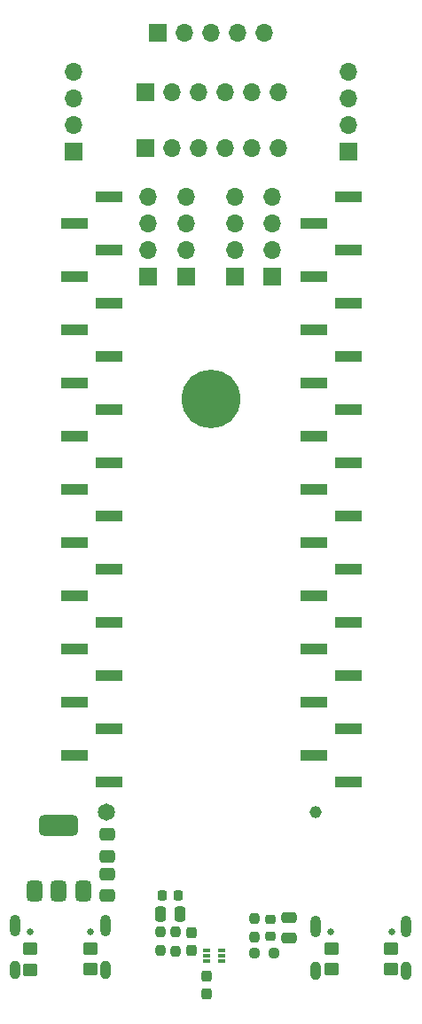
<source format=gbs>
%TF.GenerationSoftware,KiCad,Pcbnew,8.0.1-rc1*%
%TF.CreationDate,2024-09-19T09:16:00-04:00*%
%TF.ProjectId,MOBO_V2,4d4f424f-5f56-4322-9e6b-696361645f70,rev?*%
%TF.SameCoordinates,Original*%
%TF.FileFunction,Soldermask,Bot*%
%TF.FilePolarity,Negative*%
%FSLAX46Y46*%
G04 Gerber Fmt 4.6, Leading zero omitted, Abs format (unit mm)*
G04 Created by KiCad (PCBNEW 8.0.1-rc1) date 2024-09-19 09:16:00*
%MOMM*%
%LPD*%
G01*
G04 APERTURE LIST*
G04 Aperture macros list*
%AMRoundRect*
0 Rectangle with rounded corners*
0 $1 Rounding radius*
0 $2 $3 $4 $5 $6 $7 $8 $9 X,Y pos of 4 corners*
0 Add a 4 corners polygon primitive as box body*
4,1,4,$2,$3,$4,$5,$6,$7,$8,$9,$2,$3,0*
0 Add four circle primitives for the rounded corners*
1,1,$1+$1,$2,$3*
1,1,$1+$1,$4,$5*
1,1,$1+$1,$6,$7*
1,1,$1+$1,$8,$9*
0 Add four rect primitives between the rounded corners*
20,1,$1+$1,$2,$3,$4,$5,0*
20,1,$1+$1,$4,$5,$6,$7,0*
20,1,$1+$1,$6,$7,$8,$9,0*
20,1,$1+$1,$8,$9,$2,$3,0*%
G04 Aperture macros list end*
%ADD10C,0.650000*%
%ADD11O,1.000000X2.100000*%
%ADD12O,1.000000X1.800000*%
%ADD13R,1.700000X1.700000*%
%ADD14O,1.700000X1.700000*%
%ADD15C,1.150000*%
%ADD16C,1.650000*%
%ADD17C,5.600000*%
%ADD18RoundRect,0.250000X0.250000X0.475000X-0.250000X0.475000X-0.250000X-0.475000X0.250000X-0.475000X0*%
%ADD19RoundRect,0.250000X-0.475000X0.250000X-0.475000X-0.250000X0.475000X-0.250000X0.475000X0.250000X0*%
%ADD20R,2.510000X1.000000*%
%ADD21RoundRect,0.237500X-0.237500X0.250000X-0.237500X-0.250000X0.237500X-0.250000X0.237500X0.250000X0*%
%ADD22RoundRect,0.250000X0.475000X-0.337500X0.475000X0.337500X-0.475000X0.337500X-0.475000X-0.337500X0*%
%ADD23RoundRect,0.085000X0.265000X0.085000X-0.265000X0.085000X-0.265000X-0.085000X0.265000X-0.085000X0*%
%ADD24RoundRect,0.225000X-0.250000X0.225000X-0.250000X-0.225000X0.250000X-0.225000X0.250000X0.225000X0*%
%ADD25RoundRect,0.250000X-0.475000X0.337500X-0.475000X-0.337500X0.475000X-0.337500X0.475000X0.337500X0*%
%ADD26RoundRect,0.250000X-0.450000X0.350000X-0.450000X-0.350000X0.450000X-0.350000X0.450000X0.350000X0*%
%ADD27RoundRect,0.237500X0.237500X-0.300000X0.237500X0.300000X-0.237500X0.300000X-0.237500X-0.300000X0*%
%ADD28RoundRect,0.237500X-0.237500X0.300000X-0.237500X-0.300000X0.237500X-0.300000X0.237500X0.300000X0*%
%ADD29RoundRect,0.225000X0.225000X0.250000X-0.225000X0.250000X-0.225000X-0.250000X0.225000X-0.250000X0*%
%ADD30RoundRect,0.237500X-0.250000X-0.237500X0.250000X-0.237500X0.250000X0.237500X-0.250000X0.237500X0*%
%ADD31RoundRect,0.375000X0.375000X-0.625000X0.375000X0.625000X-0.375000X0.625000X-0.375000X-0.625000X0*%
%ADD32RoundRect,0.500000X1.400000X-0.500000X1.400000X0.500000X-1.400000X0.500000X-1.400000X-0.500000X0*%
%ADD33RoundRect,0.237500X0.237500X-0.250000X0.237500X0.250000X-0.237500X0.250000X-0.237500X-0.250000X0*%
G04 APERTURE END LIST*
D10*
%TO.C,J302*%
X79840000Y-130420000D03*
X85620000Y-130420000D03*
D11*
X78410000Y-129900000D03*
D12*
X78410000Y-134100000D03*
D11*
X87050000Y-129900000D03*
D12*
X87050000Y-134100000D03*
%TD*%
D13*
%TO.C,J309*%
X94720000Y-67870000D03*
D14*
X94720000Y-65330000D03*
X94720000Y-62790000D03*
X94720000Y-60250000D03*
%TD*%
D15*
%TO.C,U1*%
X107100000Y-119037500D03*
D16*
X87100000Y-119037500D03*
%TD*%
D13*
%TO.C,J307*%
X102970000Y-67860000D03*
D14*
X102970000Y-65320000D03*
X102970000Y-62780000D03*
X102970000Y-60240000D03*
%TD*%
D13*
%TO.C,CAN BUS*%
X110220000Y-55980000D03*
D14*
X110220000Y-53440000D03*
X110220000Y-50900000D03*
X110220000Y-48360000D03*
%TD*%
D17*
%TO.C,REF\u002A\u002A*%
X97110000Y-79580000D03*
%TD*%
D13*
%TO.C,SPI*%
X90795000Y-50245000D03*
D14*
X93335000Y-50245000D03*
X95875000Y-50245000D03*
X98415000Y-50245000D03*
X100955000Y-50245000D03*
X103495000Y-50245000D03*
%TD*%
D10*
%TO.C,J301*%
X108560000Y-130465000D03*
X114340000Y-130465000D03*
D11*
X107130000Y-129945000D03*
D12*
X107130000Y-134145000D03*
D11*
X115770000Y-129945000D03*
D12*
X115770000Y-134145000D03*
%TD*%
D13*
%TO.C,UART*%
X84020000Y-55930000D03*
D14*
X84020000Y-53390000D03*
X84020000Y-50850000D03*
X84020000Y-48310000D03*
%TD*%
D13*
%TO.C,SPI*%
X90795000Y-55605000D03*
D14*
X93335000Y-55605000D03*
X95875000Y-55605000D03*
X98415000Y-55605000D03*
X100955000Y-55605000D03*
X103495000Y-55605000D03*
%TD*%
D13*
%TO.C,J308*%
X99370000Y-67870000D03*
D14*
X99370000Y-65330000D03*
X99370000Y-62790000D03*
X99370000Y-60250000D03*
%TD*%
D13*
%TO.C,J310*%
X91100000Y-67870000D03*
D14*
X91100000Y-65330000D03*
X91100000Y-62790000D03*
X91100000Y-60250000D03*
%TD*%
D13*
%TO.C,I2S*%
X92045000Y-44630000D03*
D14*
X94585000Y-44630000D03*
X97125000Y-44630000D03*
X99665000Y-44630000D03*
X102205000Y-44630000D03*
%TD*%
D18*
%TO.C,C5*%
X94165000Y-128720000D03*
X92265000Y-128720000D03*
%TD*%
D19*
%TO.C,C1*%
X104510000Y-129120000D03*
X104510000Y-131020000D03*
%TD*%
D20*
%TO.C,J2*%
X110195000Y-60270000D03*
X106885000Y-62810000D03*
X110195000Y-65350000D03*
X106885000Y-67890000D03*
X110195000Y-70430000D03*
X106885000Y-72970000D03*
X110195000Y-75510000D03*
X106885000Y-78050000D03*
X110195000Y-80590000D03*
X106885000Y-83130000D03*
X110195000Y-85670000D03*
X106885000Y-88210000D03*
X110195000Y-90750000D03*
X106885000Y-93290000D03*
X110195000Y-95830000D03*
X106885000Y-98370000D03*
X110195000Y-100910000D03*
X106885000Y-103450000D03*
X110195000Y-105990000D03*
X106885000Y-108530000D03*
X110195000Y-111070000D03*
X106885000Y-113610000D03*
X110195000Y-116150000D03*
%TD*%
D21*
%TO.C,R2*%
X93740000Y-130455000D03*
X93740000Y-132280000D03*
%TD*%
%TO.C,R1*%
X101270000Y-129157500D03*
X101270000Y-130982500D03*
%TD*%
D22*
%TO.C,C7*%
X87210000Y-126987500D03*
X87210000Y-124912500D03*
%TD*%
D23*
%TO.C,U2*%
X98140000Y-132247500D03*
X98140000Y-132747500D03*
X98140000Y-133247500D03*
X96640000Y-133247500D03*
X96640000Y-132747500D03*
X96640000Y-132247500D03*
%TD*%
D24*
%TO.C,C2*%
X102750000Y-129305000D03*
X102750000Y-130855000D03*
%TD*%
D25*
%TO.C,C8*%
X87210000Y-121152500D03*
X87210000Y-123227500D03*
%TD*%
D26*
%TO.C,R302*%
X108610000Y-132050000D03*
X108610000Y-134050000D03*
%TD*%
D27*
%TO.C,C3*%
X96640000Y-136392500D03*
X96640000Y-134667500D03*
%TD*%
D28*
%TO.C,C4*%
X95250000Y-130515000D03*
X95250000Y-132240000D03*
%TD*%
D26*
%TO.C,R303*%
X85570000Y-132050000D03*
X85570000Y-134050000D03*
%TD*%
D29*
%TO.C,C6*%
X93990000Y-126960000D03*
X92440000Y-126960000D03*
%TD*%
D30*
%TO.C,R3*%
X101267500Y-132500000D03*
X103092500Y-132500000D03*
%TD*%
D31*
%TO.C,U3*%
X84870000Y-126590000D03*
X82570000Y-126590000D03*
D32*
X82570000Y-120290000D03*
D31*
X80270000Y-126590000D03*
%TD*%
D26*
%TO.C,R301*%
X114270000Y-132050000D03*
X114270000Y-134050000D03*
%TD*%
%TO.C,R304*%
X79850000Y-132070000D03*
X79850000Y-134070000D03*
%TD*%
D33*
%TO.C,R4*%
X92250000Y-132270000D03*
X92250000Y-130445000D03*
%TD*%
D20*
%TO.C,J1*%
X87335000Y-60270000D03*
X84025000Y-62810000D03*
X87335000Y-65350000D03*
X84025000Y-67890000D03*
X87335000Y-70430000D03*
X84025000Y-72970000D03*
X87335000Y-75510000D03*
X84025000Y-78050000D03*
X87335000Y-80590000D03*
X84025000Y-83130000D03*
X87335000Y-85670000D03*
X84025000Y-88210000D03*
X87335000Y-90750000D03*
X84025000Y-93290000D03*
X87335000Y-95830000D03*
X84025000Y-98370000D03*
X87335000Y-100910000D03*
X84025000Y-103450000D03*
X87335000Y-105990000D03*
X84025000Y-108530000D03*
X87335000Y-111070000D03*
X84025000Y-113610000D03*
X87335000Y-116150000D03*
%TD*%
M02*

</source>
